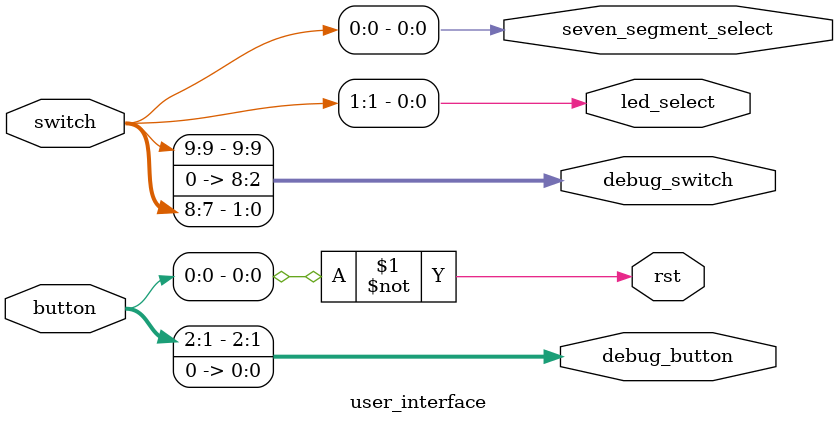
<source format=v>
module user_interface
(
	input  [9:0] switch,
	input  [3:0] button,
	output rst,
	output [9:0] debug_switch,
	output [2:0] debug_button,
	output led_select,
	output seven_segment_select
);

//button 0 reset
assign rst = ~button[0];
//switch 9 enable instruction step
//switch 8 display opcode
//switch 7 enable single step
assign debug_switch[9:0] = {switch[9],7'd0,switch[8:7]};
//button 2 single step
//button 1 instruction step
assign debug_button[2:0] = {button[2:1],1'b0};
//switch 1 select led display
assign led_select = switch[1];
//switch 0 select seven segment display
assign seven_segment_select = switch[0];

endmodule
</source>
